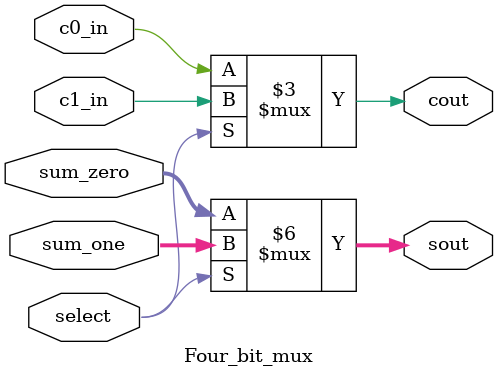
<source format=v>
`timescale 1ns / 1ns
module Four_bit_mux (sout, cout, select, sum_one, sum_zero, c1_in, c0_in);

output reg cout;
output reg [31:0] sout;
input select;
input [63:32]sum_one;
input [63:32]sum_zero;
input c1_in;
input c0_in;


always @ (select or sum_one or sum_zero)
begin

    if(select) begin
        sout = sum_one;
        cout = c1_in;
    end
    else begin
        sout = sum_zero;
        cout = c0_in;
    end
  
end

endmodule
</source>
